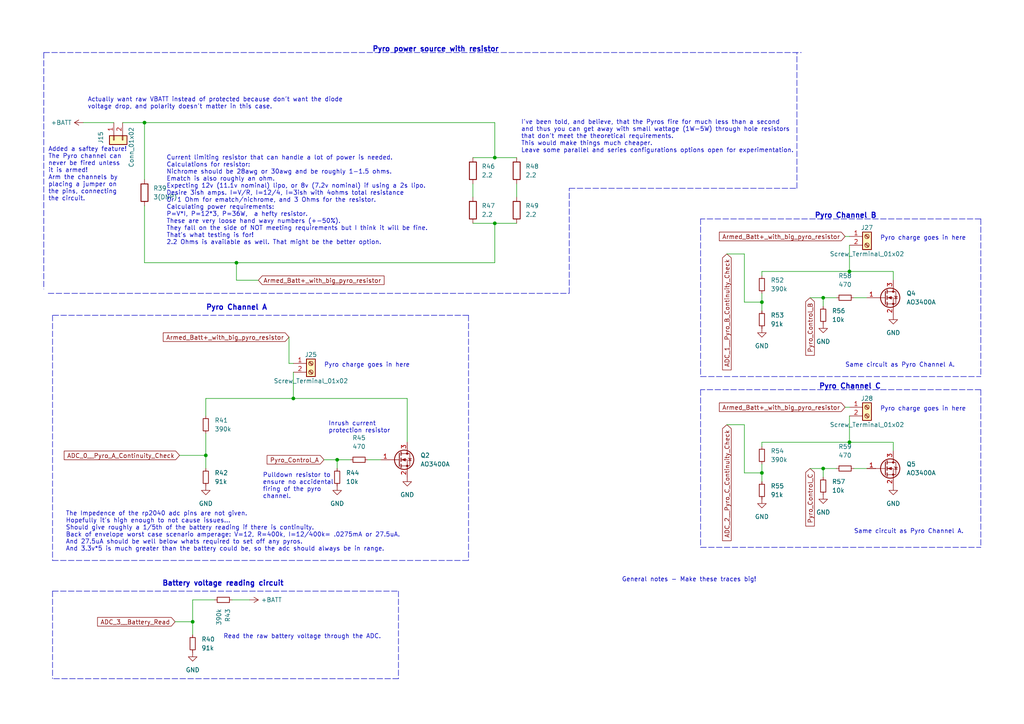
<source format=kicad_sch>
(kicad_sch (version 20211123) (generator eeschema)
  (paper "A4")
  (title_block (title "Pyros!") (date "2023-01-31") (rev "v0.3"))
  (lib_symbols
    (symbol "Connector:Screw_Terminal_01x02" (pin_names (offset 1.016) hide)
      (property "Reference" "J" (at 0 2.54 0))
      (property "Value" "Screw_Terminal_01x02" (at 0 -5.08 0))
      (symbol "Screw_Terminal_01x02_1_1"
        (rectangle (start -1.27 1.27) (end 1.27 -3.81) (stroke (width 0.254)) (fill (type background)))
        (circle (center 0 -2.54) (radius 0.635) (stroke (width 0.1524)))
        (polyline (pts (xy -0.5334 -2.2098) (xy 0.3302 -3.048)) (stroke (width 0.1524)))
        (polyline (pts (xy -0.5334 0.3302) (xy 0.3302 -0.508)) (stroke (width 0.1524)))
        (polyline (pts (xy -0.3556 -2.032) (xy 0.508 -2.8702)) (stroke (width 0.1524)))
        (polyline (pts (xy -0.3556 0.508) (xy 0.508 -0.3302)) (stroke (width 0.1524)))
        (circle (center 0 0) (radius 0.635) (stroke (width 0.1524)))
        (pin passive line (at -5.08 0 0) (length 3.81) (name "Pin_1") (number "1"))
        (pin passive line (at -5.08 -2.54 0) (length 3.81) (name "Pin_2") (number "2"))
      )
    )
    (symbol "Connector_Generic:Conn_01x02" (pin_names (offset 1.016) hide)
      (property "Reference" "J" (at 0 2.54 0))
      (property "Value" "Conn_01x02" (at 0 -5.08 0))
      (symbol "Conn_01x02_1_1"
        (rectangle (start -1.27 -2.413) (end 0 -2.667) (stroke (width 0.1524)))
        (rectangle (start -1.27 0.127) (end 0 -0.127) (stroke (width 0.1524)))
        (rectangle (start -1.27 1.27) (end 1.27 -3.81) (stroke (width 0.254)) (fill (type background)))
        (pin passive line (at -5.08 0 0) (length 3.81) (name "Pin_1") (number "1"))
        (pin passive line (at -5.08 -2.54 0) (length 3.81) (name "Pin_2") (number "2"))
      )
    )
    (symbol "Device:R" (pin_numbers hide) (pin_names (offset 0))
      (property "Reference" "R" (at 2.032 0 90))
      (property "Value" "R" (at 0 0 90))
      (symbol "R_0_1"
        (rectangle (start -1.016 -2.54) (end 1.016 2.54) (stroke (width 0.254)))
      )
      (symbol "R_1_1"
        (pin passive line (at 0 3.81 270) (length 1.27) (name "~") (number "1"))
        (pin passive line (at 0 -3.81 90) (length 1.27) (name "~") (number "2"))
      )
    )
    (symbol "Device:R_Small" (pin_numbers hide) (pin_names (offset 0.254) hide)
      (property "Reference" "R" (at 0.762 0.508 0))
      (property "Value" "R_Small" (at 0.762 -1.016 0))
      (symbol "R_Small_0_1"
        (rectangle (start -0.762 1.778) (end 0.762 -1.778) (stroke (width 0.2032)))
      )
      (symbol "R_Small_1_1"
        (pin passive line (at 0 2.54 270) (length 0.762) (name "~") (number "1"))
        (pin passive line (at 0 -2.54 90) (length 0.762) (name "~") (number "2"))
      )
    )
    (symbol "Transistor_FET:AO3400A" (pin_names hide)
      (property "Reference" "Q" (at 5.08 1.905 0))
      (property "Value" "AO3400A" (at 5.08 0 0))
      (symbol "AO3400A_0_1"
        (polyline (pts (xy 0.254 0) (xy -2.54 0)))
        (polyline (pts (xy 0.254 1.905) (xy 0.254 -1.905)) (stroke (width 0.254)))
        (polyline (pts (xy 0.762 -1.27) (xy 0.762 -2.286)) (stroke (width 0.254)))
        (polyline (pts (xy 0.762 0.508) (xy 0.762 -0.508)) (stroke (width 0.254)))
        (polyline (pts (xy 0.762 2.286) (xy 0.762 1.27)) (stroke (width 0.254)))
        (polyline (pts (xy 2.54 2.54) (xy 2.54 1.778)))
        (polyline (pts (xy 2.54 -2.54) (xy 2.54 0) (xy 0.762 0)))
        (polyline (pts (xy 0.762 -1.778) (xy 3.302 -1.778) (xy 3.302 1.778) (xy 0.762 1.778)))
        (polyline (pts (xy 1.016 0) (xy 2.032 0.381) (xy 2.032 -0.381) (xy 1.016 0)) (fill (type outline)))
        (polyline (pts (xy 2.794 0.508) (xy 2.921 0.381) (xy 3.683 0.381) (xy 3.81 0.254)))
        (polyline (pts (xy 3.302 0.381) (xy 2.921 -0.254) (xy 3.683 -0.254) (xy 3.302 0.381)))
        (circle (center 1.651 0) (radius 2.794) (stroke (width 0.254)))
        (circle (center 2.54 -1.778) (radius 0.254) (fill (type outline)))
        (circle (center 2.54 1.778) (radius 0.254) (fill (type outline)))
      )
      (symbol "AO3400A_1_1"
        (pin input line (at -5.08 0 0) (length 2.54) (name "G") (number "1"))
        (pin passive line (at 2.54 -5.08 90) (length 2.54) (name "S") (number "2"))
        (pin passive line (at 2.54 5.08 270) (length 2.54) (name "D") (number "3"))
      )
    )
    (symbol "power:+BATT" (power) (pin_names (offset 0))
      (property "Value" "+BATT" (at 0 3.556 0))
      (symbol "+BATT_0_1"
        (polyline (pts (xy -0.762 1.27) (xy 0 2.54)))
        (polyline (pts (xy 0 0) (xy 0 2.54)))
        (polyline (pts (xy 0 2.54) (xy 0.762 1.27)))
      )
      (symbol "+BATT_1_1"
        (pin power_in line (at 0 0 90) (length 0) hide (name "+BATT") (number "1"))
      )
    )
    (symbol "power:GND" (power) (pin_names (offset 0))
      (property "Value" "GND" (at 0 -3.81 0))
      (symbol "GND_0_1"
        (polyline (pts (xy 0 0) (xy 0 -1.27) (xy 1.27 -1.27) (xy 0 -2.54) (xy -1.27 -1.27) (xy 0 -1.27)))
      )
      (symbol "GND_1_1"
        (pin power_in line (at 0 0 270) (length 0) hide (name "GND") (number "1"))
      )
    )
  )
  (junction (at 246.38 78.74))
  (junction (at 55.88 180.34))
  (junction (at 41.91 35.56))
  (junction (at 59.69 132.08))
  (junction (at 97.79 133.35))
  (junction (at 220.98 87.63))
  (junction (at 143.51 45.72))
  (junction (at 85.09 115.57))
  (junction (at 143.51 64.77))
  (junction (at 238.76 135.89))
  (junction (at 246.38 128.27))
  (junction (at 220.98 137.16))
  (junction (at 68.58 76.2))
  (junction (at 238.76 86.36))
  (polyline (pts (xy 15.24 91.44) (xy 15.24 162.56)))
  (wire (pts (xy 83.82 105.41) (xy 85.09 105.41)))
  (wire (pts (xy 247.65 135.89) (xy 251.46 135.89)))
  (polyline (pts (xy 284.48 113.03) (xy 284.48 158.75)))
  (wire (pts (xy 68.58 76.2) (xy 143.51 76.2)))
  (wire (pts (xy 106.68 133.35) (xy 110.49 133.35)))
  (wire (pts (xy 50.8 180.34) (xy 55.88 180.34)))
  (wire (pts (xy 97.79 133.35) (xy 97.79 135.89)))
  (wire (pts (xy 137.16 53.34) (xy 137.16 57.15)))
  (wire (pts (xy 83.82 97.79) (xy 83.82 105.41)))
  (wire (pts (xy 246.38 120.65) (xy 246.38 128.27)))
  (polyline (pts (xy 284.48 63.5) (xy 203.2 63.5)))
  (wire (pts (xy 220.98 78.74) (xy 246.38 78.74)))
  (wire (pts (xy 238.76 86.36) (xy 238.76 88.9)))
  (wire (pts (xy 259.08 78.74) (xy 246.38 78.74)))
  (polyline (pts (xy 284.48 63.5) (xy 284.48 109.22)))
  (wire (pts (xy 238.76 135.89) (xy 242.57 135.89)))
  (polyline (pts (xy 203.2 113.03) (xy 203.2 158.75)))
  (wire (pts (xy 41.91 76.2) (xy 68.58 76.2)))
  (wire (pts (xy 137.16 45.72) (xy 143.51 45.72)))
  (wire (pts (xy 85.09 115.57) (xy 118.11 115.57)))
  (polyline (pts (xy 135.89 91.44) (xy 135.89 162.56)))
  (polyline (pts (xy 15.24 171.45) (xy 15.24 196.85)))
  (wire (pts (xy 210.82 73.66) (xy 215.9 73.66)))
  (polyline (pts (xy 12.7 15.24) (xy 12.7 83.82)))
  (wire (pts (xy 74.93 81.28) (xy 68.58 81.28)))
  (polyline (pts (xy 12.7 15.24) (xy 232.41 15.24)))
  (wire (pts (xy 35.56 35.56) (xy 41.91 35.56)))
  (wire (pts (xy 55.88 173.99) (xy 55.88 180.34)))
  (wire (pts (xy 259.08 130.81) (xy 259.08 128.27)))
  (polyline (pts (xy 203.2 158.75) (xy 284.48 158.75)))
  (wire (pts (xy 41.91 35.56) (xy 143.51 35.56)))
  (polyline (pts (xy 13.97 85.09) (xy 165.1 85.09)))
  (wire (pts (xy 55.88 180.34) (xy 55.88 184.15)))
  (wire (pts (xy 210.82 123.19) (xy 215.9 123.19)))
  (wire (pts (xy 137.16 64.77) (xy 143.51 64.77)))
  (wire (pts (xy 245.11 118.11) (xy 246.38 118.11)))
  (polyline (pts (xy 203.2 63.5) (xy 203.2 109.22)))
  (wire (pts (xy 220.98 128.27) (xy 246.38 128.27)))
  (wire (pts (xy 238.76 86.36) (xy 242.57 86.36)))
  (wire (pts (xy 215.9 137.16) (xy 220.98 137.16)))
  (wire (pts (xy 41.91 59.69) (xy 41.91 76.2)))
  (wire (pts (xy 259.08 81.28) (xy 259.08 78.74)))
  (polyline (pts (xy 203.2 109.22) (xy 284.48 109.22)))
  (polyline (pts (xy 231.14 54.61) (xy 231.14 15.24)))
  (wire (pts (xy 41.91 52.07) (xy 41.91 35.56)))
  (polyline (pts (xy 165.1 85.09) (xy 165.1 54.61)))
  (wire (pts (xy 220.98 134.62) (xy 220.98 137.16)))
  (wire (pts (xy 52.07 132.08) (xy 59.69 132.08)))
  (polyline (pts (xy 115.57 171.45) (xy 115.57 196.85)))
  (wire (pts (xy 143.51 45.72) (xy 149.86 45.72)))
  (wire (pts (xy 238.76 135.89) (xy 238.76 138.43)))
  (wire (pts (xy 33.02 35.56) (xy 24.13 35.56)))
  (wire (pts (xy 247.65 86.36) (xy 251.46 86.36)))
  (wire (pts (xy 59.69 125.73) (xy 59.69 132.08)))
  (wire (pts (xy 143.51 35.56) (xy 143.51 45.72)))
  (wire (pts (xy 97.79 133.35) (xy 101.6 133.35)))
  (wire (pts (xy 220.98 137.16) (xy 220.98 139.7)))
  (wire (pts (xy 215.9 87.63) (xy 220.98 87.63)))
  (wire (pts (xy 85.09 107.95) (xy 85.09 115.57)))
  (wire (pts (xy 220.98 129.54) (xy 220.98 128.27)))
  (wire (pts (xy 220.98 80.01) (xy 220.98 78.74)))
  (wire (pts (xy 118.11 115.57) (xy 118.11 128.27)))
  (wire (pts (xy 143.51 64.77) (xy 143.51 76.2)))
  (polyline (pts (xy 115.57 196.85) (xy 15.24 196.85)))
  (wire (pts (xy 93.98 133.35) (xy 97.79 133.35)))
  (wire (pts (xy 149.86 53.34) (xy 149.86 57.15)))
  (wire (pts (xy 143.51 64.77) (xy 149.86 64.77)))
  (wire (pts (xy 234.95 135.89) (xy 238.76 135.89)))
  (polyline (pts (xy 284.48 113.03) (xy 203.2 113.03)))
  (wire (pts (xy 68.58 76.2) (xy 68.58 81.28)))
  (wire (pts (xy 67.31 173.99) (xy 72.39 173.99)))
  (wire (pts (xy 245.11 68.58) (xy 246.38 68.58)))
  (wire (pts (xy 220.98 85.09) (xy 220.98 87.63)))
  (wire (pts (xy 59.69 120.65) (xy 59.69 115.57)))
  (polyline (pts (xy 135.89 91.44) (xy 15.24 91.44)))
  (wire (pts (xy 220.98 87.63) (xy 220.98 90.17)))
  (wire (pts (xy 246.38 71.12) (xy 246.38 78.74)))
  (wire (pts (xy 59.69 115.57) (xy 85.09 115.57)))
  (wire (pts (xy 59.69 132.08) (xy 59.69 135.89)))
  (wire (pts (xy 55.88 173.99) (xy 62.23 173.99)))
  (polyline (pts (xy 165.1 54.61) (xy 231.14 54.61)))
  (wire (pts (xy 234.95 86.36) (xy 238.76 86.36)))
  (polyline (pts (xy 15.24 171.45) (xy 115.57 171.45)))
  (polyline (pts (xy 15.24 162.56) (xy 135.89 162.56)))
  (wire (pts (xy 215.9 73.66) (xy 215.9 87.63)))
  (wire (pts (xy 215.9 123.19) (xy 215.9 137.16)))
  (wire (pts (xy 259.08 128.27) (xy 246.38 128.27)))
  (text "Current limiting resistor that can handle a lot of power is needed.\nCalculations for resistor:\nNichrome should be 28awg or 30awg and be roughly 1-1.5 ohms.\nEmatch is also roughly an ohm.\nExpecting 12v (11.1v nominal) lipo, or 8v (7.2v nominal) if using a 2s lipo.\nDesire 3ish amps. I=V/R, I=12/4, I=3ish with 4ohms total resistance\nOr 1 Ohm for ematch/nichrome, and 3 Ohms for the resistor.\nCalculating power requirements:\nP=V*I, P=12*3, P=36W,  a hefty resistor.\nThese are very loose hand wavy numbers (+-50%).\nThey fall on the side of NOT meeting requirements but I think it will be fine.\nThat's what testing is for!\n2.2 Ohms is available as well. That might be the better option." (at 48.26 71.12 0) (effects (font (size 1.27 1.27)) (justify left bottom)))
  (text "Added a saftey feature!\nThe Pyro channel can\nnever be fired unless\nit is armed!\nArm the channels by\nplacing a jumper on\nthe pins, connecting\nthe circuit." (at 13.97 58.42 0) (effects (font (size 1.27 1.27)) (justify left bottom)))
  (text "Pyro Channel A" (at 59.69 90.17 0) (effects (font (size 1.5 1.5) (thickness 0.3) bold) (justify left bottom)))
  (text "Pyro Channel C" (at 237.49 113.03 0) (effects (font (size 1.5 1.5) (thickness 0.3) bold) (justify left bottom)))
  (text "Pyro charge goes in here" (at 255.27 69.85 0) (effects (font (size 1.27 1.27)) (justify left bottom)))
  (text "Pyro Channel B" (at 236.22 63.5 0) (effects (font (size 1.5 1.5) (thickness 0.3) bold) (justify left bottom)))
  (text "The Impedence of the rp2040 adc pins are not given.\nHopefully it's high enough to not cause issues...\nShould give roughly a 1/5th of the battery reading if there is continuity.\nBack of envelope worst case scenario amperage: V=12, R=400k, I=12/400k= .0275mA or 27.5uA.\nAnd 27.5uA should be well below whats required to set off any pyros.\nAnd 3.3v*5 is much greater than the battery could be, so the adc should always be in range." (at 19.05 160.02 0) (effects (font (size 1.27 1.27)) (justify left bottom)))
  (text "Pyro charge goes in here" (at 255.27 119.38 0) (effects (font (size 1.27 1.27)) (justify left bottom)))
  (text "Inrush current\nprotection resistor" (at 95.25 125.73 0) (effects (font (size 1.27 1.27)) (justify left bottom)))
  (text "Actually want raw VBATT instead of protected because don't want the diode\nvoltage drop, and polarity doesn't matter in this case." (at 25.4 31.75 0) (effects (font (size 1.27 1.27)) (justify left bottom)))
  (text "Battery voltage reading circuit" (at 46.99 170.18 0) (effects (font (size 1.5 1.5) (thickness 0.3) bold) (justify left bottom)))
  (text "Pyro power source with resistor\n" (at 107.95 15.24 0) (effects (font (size 1.5 1.5) (thickness 0.3) bold) (justify left bottom)))
  (text "Same circuit as Pyro Channel A." (at 245.11 106.68 0) (effects (font (size 1.27 1.27)) (justify left bottom)))
  (text "Read the raw battery voltage through the ADC." (at 64.77 185.42 0) (effects (font (size 1.27 1.27)) (justify left bottom)))
  (text "Same circuit as Pyro Channel A." (at 247.65 154.94 0) (effects (font (size 1.27 1.27)) (justify left bottom)))
  (text "I've been told, and believe, that the Pyros fire for much less than a second\nand thus you can get away with small wattage (1W-5W) through hole resistors\nthat don't meet the theoretical requirements.\nThis would make things much cheaper.\nLeave some parallel and series configurations options open for experimentation." (at 151.13 44.45 0) (effects (font (size 1.27 1.27)) (justify left bottom)))
  (text "General notes - Make these traces big!" (at 180.34 168.91 0) (effects (font (size 1.27 1.27)) (justify left bottom)))
  (text "Pulldown resistor to\nensure no accidental\nfiring of the pyro\nchannel." (at 76.2 144.78 0) (effects (font (size 1.27 1.27)) (justify left bottom)))
  (text "Pyro charge goes in here" (at 93.98 106.68 0) (effects (font (size 1.27 1.27)) (justify left bottom)))
  (global_label "Armed_Batt+_with_big_pyro_resistor" (shape input) (at 83.82 97.79 180) (property "Intersheet References" "${INTERSHEET_REFS}" (effects hide)))
  (global_label "Pyro_Control_B" (shape input) (at 234.95 86.36 270) (property "Intersheet References" "${INTERSHEET_REFS}" (effects hide)))
  (global_label "ADC_3__Battery_Read" (shape input) (at 50.8 180.34 180) (property "Intersheet References" "${INTERSHEET_REFS}" (effects hide)))
  (global_label "ADC_1__Pyro_B_Continuity_Check" (shape input) (at 210.82 73.66 270) (property "Intersheet References" "${INTERSHEET_REFS}" (effects hide)))
  (global_label "Pyro_Control_A" (shape input) (at 93.98 133.35 180) (property "Intersheet References" "${INTERSHEET_REFS}" (effects hide)))
  (global_label "Armed_Batt+_with_big_pyro_resistor" (shape input) (at 245.11 118.11 180) (property "Intersheet References" "${INTERSHEET_REFS}" (effects hide)))
  (global_label "ADC_2__Pyro_C_Continuity_Check" (shape input) (at 210.82 123.19 270) (property "Intersheet References" "${INTERSHEET_REFS}" (effects hide)))
  (global_label "Pyro_Control_C" (shape input) (at 234.95 135.89 270) (property "Intersheet References" "${INTERSHEET_REFS}" (effects hide)))
  (global_label "Armed_Batt+_with_big_pyro_resistor" (shape input) (at 245.11 68.58 180) (property "Intersheet References" "${INTERSHEET_REFS}" (effects hide)))
  (global_label "Armed_Batt+_with_big_pyro_resistor" (shape input) (at 74.93 81.28 0) (property "Intersheet References" "${INTERSHEET_REFS}" (effects hide)))
  (global_label "ADC_0__Pyro_A_Continuity_Check" (shape input) (at 52.07 132.08 180) (property "Intersheet References" "${INTERSHEET_REFS}" (effects hide)))
  (symbol (lib_id "power:GND") (at 238.76 143.51 0) (unit 1)
    (property "Reference" "#PWR086" (effects hide))
    (property "Value" "GND" (at 238.76 148.59 0))
  )
  (symbol (lib_id "Transistor_FET:AO3400A") (at 256.54 135.89 0) (unit 1)
    (property "Reference" "Q5" (at 262.89 134.6199 0) (effects (justify left)))
    (property "Value" "AO3400A" (at 262.89 137.1599 0) (effects (justify left)))
    (property "Footprint" "Package_TO_SOT_SMD:SOT-23" (effects hide))
    (property "Datasheet" "http://www.aosmd.com/pdfs/datasheet/AO3400A.pdf" (effects hide))
    (property "LCSC Part" "C20917" (effects hide))
    (property "JLC Part" "Basic Part" (effects hide))
    (property "LCSC" "C20917" (effects hide))
  )
  (symbol (lib_id "power:GND") (at 259.08 140.97 0) (unit 1)
    (property "Reference" "#PWR088" (effects hide))
    (property "Value" "GND" (at 259.08 146.05 0))
  )
  (symbol (lib_id "Device:R_Small") (at 59.69 123.19 0) (unit 1)
    (property "Reference" "R41" (at 62.23 121.9199 0) (effects (justify left)))
    (property "Value" "390k" (at 62.23 124.4599 0) (effects (justify left)))
    (property "Footprint" "Resistor_SMD:R_0603_1608Metric" (effects hide))
    (property "LCSC Part" "C23150" (effects hide))
    (property "JLC Part" "Basic Part" (effects hide))
    (property "LCSC" "C23150" (effects hide))
  )
  (symbol (lib_id "Device:R") (at 149.86 49.53 0) (unit 1)
    (property "Reference" "R48" (at 152.4 48.2599 0) (effects (justify left)))
    (property "Value" "2.2" (at 152.4 50.7999 0) (effects (justify left)))
    (property "Footprint" "Resistor_THT:R_Axial_DIN0309_L9.0mm_D3.2mm_P12.70mm_Horizontal" (effects hide))
    (property "JLC Part" "Basic Part" (effects hide))
    (property "LCSC Part" "C348866" (effects hide))
    (property "LCSC" "C348866" (effects hide))
  )
  (symbol (lib_id "Connector:Screw_Terminal_01x02") (at 251.46 68.58 0) (unit 1)
    (property "Reference" "J27" (at 251.46 66.04 0))
    (property "Value" "Screw_Terminal_01x02" (at 251.46 73.66 0))
    (property "Footprint" "easyeda2kicad:CONN-TH_XY301V-A-5.0-2P" (effects hide))
    (property "JLC Part" "Extended Part" (effects hide))
    (property "LCSC Part" "C557651" (effects hide))
    (property "LCSC" "C557651" (effects hide))
  )
  (symbol (lib_id "power:+BATT") (at 24.13 35.56 90) (unit 1)
    (property "Reference" "#PWR075" (effects hide))
    (property "Value" "+BATT" (at 17.78 35.56 90))
  )
  (symbol (lib_id "power:GND") (at 118.11 138.43 0) (unit 1)
    (property "Reference" "#PWR080" (effects hide))
    (property "Value" "GND" (at 118.11 143.51 0))
  )
  (symbol (lib_id "Device:R") (at 149.86 60.96 0) (unit 1)
    (property "Reference" "R49" (at 152.4 59.6899 0) (effects (justify left)))
    (property "Value" "2.2" (at 152.4 62.2299 0) (effects (justify left)))
    (property "Footprint" "Resistor_THT:R_Axial_DIN0309_L9.0mm_D3.2mm_P12.70mm_Horizontal" (effects hide))
    (property "JLC Part" "Basic Part" (effects hide))
    (property "LCSC Part" "C348866" (effects hide))
    (property "LCSC" "C348866" (effects hide))
  )
  (symbol (lib_id "Device:R") (at 137.16 60.96 0) (unit 1)
    (property "Reference" "R47" (at 139.7 59.6899 0) (effects (justify left)))
    (property "Value" "2.2" (at 139.7 62.2299 0) (effects (justify left)))
    (property "Footprint" "Resistor_THT:R_Axial_DIN0309_L9.0mm_D3.2mm_P12.70mm_Horizontal" (effects hide))
    (property "JLC Part" "Basic Part" (effects hide))
    (property "LCSC Part" "C348866" (effects hide))
    (property "LCSC" "C348866" (effects hide))
  )
  (symbol (lib_id "Device:R_Small") (at 64.77 173.99 270) (unit 1)
    (property "Reference" "R43" (at 66.0401 176.53 0) (effects (justify left)))
    (property "Value" "390k" (at 63.5001 176.53 0) (effects (justify left)))
    (property "Footprint" "Resistor_SMD:R_0603_1608Metric" (effects hide))
    (property "LCSC Part" "C23150" (effects hide))
    (property "JLC Part" "Basic Part" (effects hide))
    (property "LCSC" "C23150" (effects hide))
  )
  (symbol (lib_id "power:GND") (at 238.76 93.98 0) (unit 1)
    (property "Reference" "#PWR085" (effects hide))
    (property "Value" "GND" (at 238.76 99.06 0))
  )
  (symbol (lib_id "Device:R_Small") (at 220.98 82.55 0) (unit 1)
    (property "Reference" "R52" (at 223.52 81.2799 0) (effects (justify left)))
    (property "Value" "390k" (at 223.52 83.82 0) (effects (justify left)))
    (property "Footprint" "Resistor_SMD:R_0603_1608Metric" (effects hide))
    (property "LCSC Part" "C23150" (effects hide))
    (property "JLC Part" "Basic Part" (effects hide))
    (property "LCSC" "C23150" (effects hide))
  )
  (symbol (lib_id "Connector:Screw_Terminal_01x02") (at 90.17 105.41 0) (unit 1)
    (property "Reference" "J25" (at 90.17 102.87 0))
    (property "Value" "Screw_Terminal_01x02" (at 90.17 110.49 0))
    (property "Footprint" "easyeda2kicad:CONN-TH_XY301V-A-5.0-2P" (effects hide))
    (property "JLC Part" "Extended Part" (effects hide))
    (property "LCSC Part" "C557651" (effects hide))
    (property "LCSC" "C557651" (effects hide))
  )
  (symbol (lib_id "Device:R_Small") (at 245.11 86.36 90) (unit 1)
    (property "Reference" "R58" (at 245.11 80.01 90))
    (property "Value" "470" (at 245.11 82.55 90))
    (property "Footprint" "Resistor_SMD:R_0402_1005Metric" (effects hide))
    (property "LCSC Part" "C25117" (effects hide))
    (property "JLC Part" "Basic Part" (effects hide))
    (property "LCSC" "C25117" (effects hide))
  )
  (symbol (lib_id "Device:R_Small") (at 220.98 132.08 0) (unit 1)
    (property "Reference" "R54" (at 223.52 130.8099 0) (effects (justify left)))
    (property "Value" "390k" (at 223.52 133.35 0) (effects (justify left)))
    (property "Footprint" "Resistor_SMD:R_0603_1608Metric" (effects hide))
    (property "LCSC Part" "C23150" (effects hide))
    (property "JLC Part" "Basic Part" (effects hide))
    (property "LCSC" "C23150" (effects hide))
  )
  (symbol (lib_id "Device:R_Small") (at 220.98 92.71 0) (unit 1)
    (property "Reference" "R53" (at 223.52 91.4399 0) (effects (justify left)))
    (property "Value" "91k" (at 223.52 93.9799 0) (effects (justify left)))
    (property "Footprint" "Resistor_SMD:R_0402_1005Metric" (effects hide))
    (property "LCSC Part" "C25741" (effects hide))
    (property "JLC Part" "Basic Part" (effects hide))
    (property "LCSC" "C25741" (effects hide))
  )
  (symbol (lib_id "Device:R_Small") (at 104.14 133.35 90) (unit 1)
    (property "Reference" "R45" (at 104.14 127 90))
    (property "Value" "470" (at 104.14 129.54 90))
    (property "Footprint" "Resistor_SMD:R_0402_1005Metric" (effects hide))
    (property "LCSC Part" "C25117" (effects hide))
    (property "JLC Part" "Basic Part" (effects hide))
    (property "LCSC" "C25117" (effects hide))
  )
  (symbol (lib_id "Device:R_Small") (at 97.79 138.43 180) (unit 1)
    (property "Reference" "R44" (at 100.33 137.1599 0) (effects (justify right)))
    (property "Value" "10k" (at 100.33 139.6999 0) (effects (justify right)))
    (property "Footprint" "Resistor_SMD:R_0402_1005Metric" (effects hide))
    (property "LCSC Part" "C25744" (effects hide))
    (property "JLC Part" "Basic Part" (effects hide))
    (property "LCSC" "C25744" (effects hide))
  )
  (symbol (lib_id "Transistor_FET:AO3400A") (at 256.54 86.36 0) (unit 1)
    (property "Reference" "Q4" (at 262.89 85.0899 0) (effects (justify left)))
    (property "Value" "AO3400A" (at 262.89 87.6299 0) (effects (justify left)))
    (property "Footprint" "Package_TO_SOT_SMD:SOT-23" (effects hide))
    (property "Datasheet" "http://www.aosmd.com/pdfs/datasheet/AO3400A.pdf" (effects hide))
    (property "LCSC Part" "C20917" (effects hide))
    (property "JLC Part" "Basic Part" (effects hide))
    (property "LCSC" "C20917" (effects hide))
  )
  (symbol (lib_id "Device:R_Small") (at 55.88 186.69 0) (unit 1)
    (property "Reference" "R40" (at 58.42 185.4199 0) (effects (justify left)))
    (property "Value" "91k" (at 58.42 187.9599 0) (effects (justify left)))
    (property "Footprint" "Resistor_SMD:R_0402_1005Metric" (effects hide))
    (property "LCSC Part" "C25741" (effects hide))
    (property "JLC Part" "Basic Part" (effects hide))
    (property "LCSC" "C25741" (effects hide))
  )
  (symbol (lib_id "Device:R_Small") (at 238.76 140.97 180) (unit 1)
    (property "Reference" "R57" (at 241.3 139.6999 0) (effects (justify right)))
    (property "Value" "10k" (at 241.3 142.2399 0) (effects (justify right)))
    (property "Footprint" "Resistor_SMD:R_0402_1005Metric" (effects hide))
    (property "LCSC Part" "C25744" (effects hide))
    (property "JLC Part" "Basic Part" (effects hide))
    (property "LCSC" "C25744" (effects hide))
  )
  (symbol (lib_id "Device:R_Small") (at 59.69 138.43 0) (unit 1)
    (property "Reference" "R42" (at 62.23 137.1599 0) (effects (justify left)))
    (property "Value" "91k" (at 62.23 139.6999 0) (effects (justify left)))
    (property "Footprint" "Resistor_SMD:R_0402_1005Metric" (effects hide))
    (property "LCSC Part" "C25741" (effects hide))
    (property "JLC Part" "Basic Part" (effects hide))
    (property "LCSC" "C25741" (effects hide))
  )
  (symbol (lib_id "power:GND") (at 259.08 91.44 0) (unit 1)
    (property "Reference" "#PWR087" (effects hide))
    (property "Value" "GND" (at 259.08 96.52 0))
  )
  (symbol (lib_id "Connector_Generic:Conn_01x02") (at 33.02 40.64 90) (mirror x) (unit 1)
    (property "Reference" "J15" (at 29.21 38.1 0) (effects (justify left)))
    (property "Value" "Conn_01x02" (at 38.1 36.83 0) (effects (justify left)))
    (property "Footprint" "Connector_PinHeader_2.54mm:PinHeader_1x02_P2.54mm_Vertical" (effects hide))
  )
  (symbol (lib_id "Device:R_Small") (at 238.76 91.44 180) (unit 1)
    (property "Reference" "R56" (at 241.3 90.1699 0) (effects (justify right)))
    (property "Value" "10k" (at 241.3 92.7099 0) (effects (justify right)))
    (property "Footprint" "Resistor_SMD:R_0402_1005Metric" (effects hide))
    (property "LCSC Part" "C25744" (effects hide))
    (property "JLC Part" "Basic Part" (effects hide))
    (property "LCSC" "C25744" (effects hide))
  )
  (symbol (lib_id "power:GND") (at 59.69 140.97 0) (unit 1)
    (property "Reference" "#PWR077" (effects hide))
    (property "Value" "GND" (at 59.69 146.05 0))
  )
  (symbol (lib_id "power:GND") (at 220.98 95.25 0) (unit 1)
    (property "Reference" "#PWR083" (effects hide))
    (property "Value" "GND" (at 220.98 100.33 0))
  )
  (symbol (lib_id "Device:R") (at 137.16 49.53 0) (unit 1)
    (property "Reference" "R46" (at 139.7 48.2599 0) (effects (justify left)))
    (property "Value" "2.2" (at 139.7 50.7999 0) (effects (justify left)))
    (property "Footprint" "Resistor_THT:R_Axial_DIN0309_L9.0mm_D3.2mm_P12.70mm_Horizontal" (effects hide))
    (property "JLC Part" "Basic Part" (effects hide))
    (property "LCSC Part" "C348866" (effects hide))
    (property "LCSC" "C348866" (effects hide))
  )
  (symbol (lib_id "Connector:Screw_Terminal_01x02") (at 251.46 118.11 0) (unit 1)
    (property "Reference" "J28" (at 251.46 115.57 0))
    (property "Value" "Screw_Terminal_01x02" (at 251.46 123.19 0))
    (property "Footprint" "easyeda2kicad:CONN-TH_XY301V-A-5.0-2P" (effects hide))
    (property "JLC Part" "Extended Part" (effects hide))
    (property "LCSC Part" "C557651" (effects hide))
    (property "LCSC" "C557651" (effects hide))
  )
  (symbol (lib_id "power:+BATT") (at 72.39 173.99 270) (unit 1)
    (property "Reference" "#PWR078" (effects hide))
    (property "Value" "+BATT" (at 78.74 173.99 90))
  )
  (symbol (lib_id "power:GND") (at 97.79 140.97 0) (unit 1)
    (property "Reference" "#PWR079" (effects hide))
    (property "Value" "GND" (at 97.79 146.05 0))
  )
  (symbol (lib_id "Device:R_Small") (at 245.11 135.89 90) (unit 1)
    (property "Reference" "R59" (at 245.11 129.54 90))
    (property "Value" "470" (at 245.11 132.08 90))
    (property "Footprint" "Resistor_SMD:R_0402_1005Metric" (effects hide))
    (property "LCSC Part" "C25117" (effects hide))
    (property "JLC Part" "Basic Part" (effects hide))
    (property "LCSC" "C25117" (effects hide))
  )
  (symbol (lib_id "power:GND") (at 220.98 144.78 0) (unit 1)
    (property "Reference" "#PWR084" (effects hide))
    (property "Value" "GND" (at 220.98 149.86 0))
  )
  (symbol (lib_id "Device:R_Small") (at 220.98 142.24 0) (unit 1)
    (property "Reference" "R55" (at 223.52 140.9699 0) (effects (justify left)))
    (property "Value" "91k" (at 223.52 143.5099 0) (effects (justify left)))
    (property "Footprint" "Resistor_SMD:R_0402_1005Metric" (effects hide))
    (property "LCSC Part" "C25741" (effects hide))
    (property "JLC Part" "Basic Part" (effects hide))
    (property "LCSC" "C25741" (effects hide))
  )
  (symbol (lib_id "Device:R") (at 41.91 55.88 0) (unit 1)
    (property "Reference" "R39" (at 44.45 54.6099 0) (effects (justify left)))
    (property "Value" "3(DNP)" (at 44.45 57.1499 0) (effects (justify left)))
    (property "Footprint" "Package_TO_SOT_SMD:TO-263-2_TabPin1" (effects hide))
  )
  (symbol (lib_id "Transistor_FET:AO3400A") (at 115.57 133.35 0) (unit 1)
    (property "Reference" "Q2" (at 121.92 132.0799 0) (effects (justify left)))
    (property "Value" "AO3400A" (at 121.92 134.6199 0) (effects (justify left)))
    (property "Footprint" "Package_TO_SOT_SMD:SOT-23" (effects hide))
    (property "Datasheet" "http://www.aosmd.com/pdfs/datasheet/AO3400A.pdf" (effects hide))
    (property "LCSC Part" "C20917" (effects hide))
    (property "JLC Part" "Basic Part" (effects hide))
    (property "LCSC" "C20917" (effects hide))
  )
  (symbol (lib_id "power:GND") (at 55.88 189.23 0) (unit 1)
    (property "Reference" "#PWR076" (effects hide))
    (property "Value" "GND" (at 55.88 194.31 0))
  )
)
</source>
